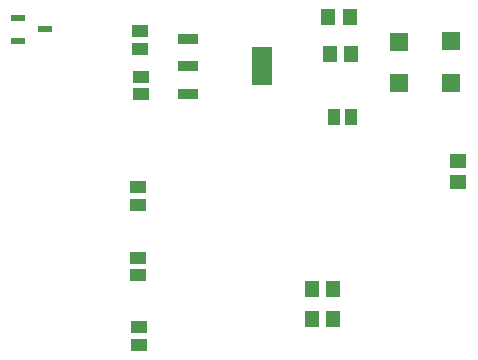
<source format=gtp>
G04*
G04 #@! TF.GenerationSoftware,Altium Limited,Altium Designer,19.1.7 (138)*
G04*
G04 Layer_Color=8421504*
%FSLAX25Y25*%
%MOIN*%
G70*
G01*
G75*
%ADD16R,0.04528X0.02362*%
%ADD17R,0.04331X0.05512*%
%ADD18R,0.05512X0.04724*%
%ADD19R,0.05512X0.04331*%
%ADD20R,0.04724X0.05512*%
G04:AMPARAMS|DCode=21|XSize=125.98mil|YSize=68.9mil|CornerRadius=2.07mil|HoleSize=0mil|Usage=FLASHONLY|Rotation=90.000|XOffset=0mil|YOffset=0mil|HoleType=Round|Shape=RoundedRectangle|*
%AMROUNDEDRECTD21*
21,1,0.12598,0.06476,0,0,90.0*
21,1,0.12185,0.06890,0,0,90.0*
1,1,0.00413,0.03238,0.06093*
1,1,0.00413,0.03238,-0.06093*
1,1,0.00413,-0.03238,-0.06093*
1,1,0.00413,-0.03238,0.06093*
%
%ADD21ROUNDEDRECTD21*%
G04:AMPARAMS|DCode=22|XSize=35.43mil|YSize=68.9mil|CornerRadius=1.95mil|HoleSize=0mil|Usage=FLASHONLY|Rotation=90.000|XOffset=0mil|YOffset=0mil|HoleType=Round|Shape=RoundedRectangle|*
%AMROUNDEDRECTD22*
21,1,0.03543,0.06500,0,0,90.0*
21,1,0.03154,0.06890,0,0,90.0*
1,1,0.00390,0.03250,0.01577*
1,1,0.00390,0.03250,-0.01577*
1,1,0.00390,-0.03250,-0.01577*
1,1,0.00390,-0.03250,0.01577*
%
%ADD22ROUNDEDRECTD22*%
%ADD23R,0.05906X0.05906*%
D16*
X28800Y141440D02*
D03*
Y133960D02*
D03*
X37658Y137700D02*
D03*
D17*
X139882Y108500D02*
D03*
X133976D02*
D03*
D18*
X175429Y86857D02*
D03*
Y93943D02*
D03*
D19*
X69429Y137106D02*
D03*
Y131200D02*
D03*
X69729Y116047D02*
D03*
Y121953D02*
D03*
X68682Y79290D02*
D03*
Y85195D02*
D03*
X68829Y55690D02*
D03*
Y61595D02*
D03*
X69129Y32490D02*
D03*
Y38395D02*
D03*
D20*
X133772Y41095D02*
D03*
X126686D02*
D03*
X133729Y51195D02*
D03*
X126643D02*
D03*
X132186Y141900D02*
D03*
X139272D02*
D03*
X132786Y129400D02*
D03*
X139872D02*
D03*
D21*
X110132Y125300D02*
D03*
D22*
X85526Y116245D02*
D03*
Y125300D02*
D03*
Y134355D02*
D03*
D23*
X173229Y133700D02*
D03*
Y119921D02*
D03*
X155629Y133500D02*
D03*
Y119720D02*
D03*
M02*

</source>
